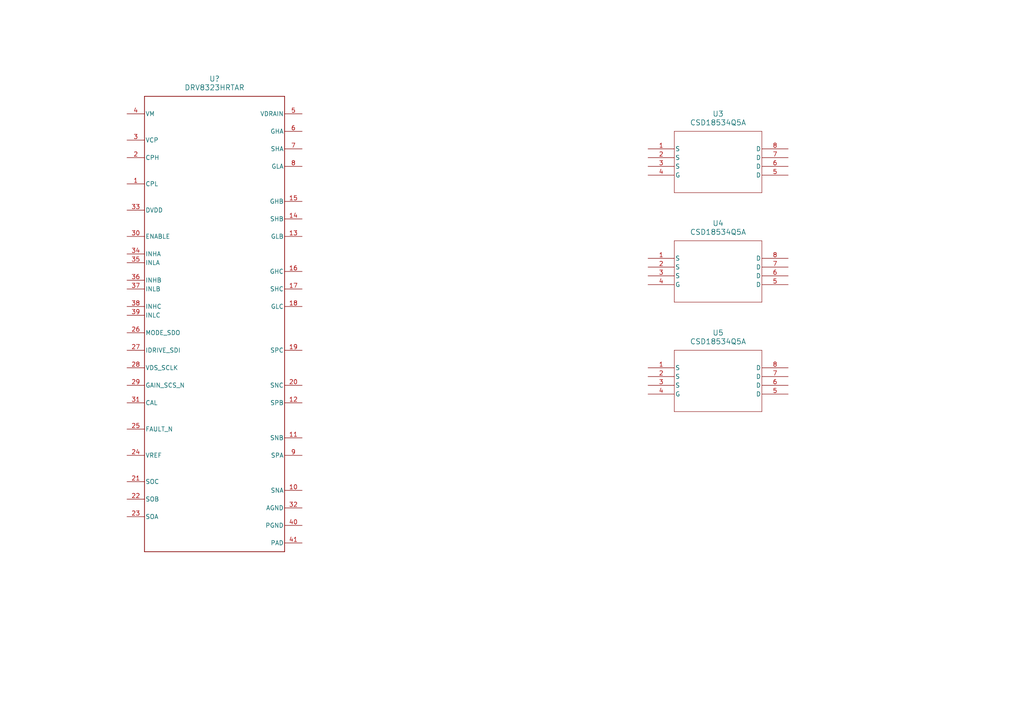
<source format=kicad_sch>
(kicad_sch (version 20231120) (generator "eeschema") (generator_version "8.0")
  (paper "A4")
  (lib_symbols
    (symbol "CSD18534Q5A:CSD18534Q5A" (pin_names (offset 0.254))
      (property "Reference" "U" (at 20.32 10.16 0))
      (property "Value" "CSD18534Q5A" (at 20.32 7.62 0))
      (symbol "CSD18534Q5A_0_1"
        (polyline (pts (xy 7.62 -12.7) (xy 33.02 -12.7)) (stroke (width 0.127)))
        (polyline (pts (xy 7.62 5.08) (xy 7.62 -12.7)) (stroke (width 0.127)))
        (polyline (pts (xy 33.02 -12.7) (xy 33.02 5.08)) (stroke (width 0.127)))
        (polyline (pts (xy 33.02 5.08) (xy 7.62 5.08)) (stroke (width 0.127)))
        (pin unspecified line (at 0 0 0) (length 7.62) (name "S") (number "1"))
        (pin unspecified line (at 0 -2.54 0) (length 7.62) (name "S") (number "2"))
        (pin unspecified line (at 0 -5.08 0) (length 7.62) (name "S") (number "3"))
        (pin unspecified line (at 0 -7.62 0) (length 7.62) (name "G") (number "4"))
        (pin unspecified line (at 40.64 -7.62 180) (length 7.62) (name "D") (number "5"))
        (pin unspecified line (at 40.64 -5.08 180) (length 7.62) (name "D") (number "6"))
        (pin unspecified line (at 40.64 -2.54 180) (length 7.62) (name "D") (number "7"))
        (pin unspecified line (at 40.64 0 180) (length 7.62) (name "D") (number "8"))
      )
    )
    (symbol "DRV8323:DRV8323HRTAR" (pin_names (offset 0.254))
      (property "Reference" "U" (at 0 2.54 0))
      (property "Value" "DRV8323HRTAR" (at 0 0 0))
      (symbol "DRV8323HRTAR_0_1"
        (polyline (pts (xy -20.32 -66.04) (xy 20.32 -66.04)) (stroke (width 0.2032)))
        (polyline (pts (xy -20.32 66.04) (xy -20.32 -66.04)) (stroke (width 0.2032)))
        (polyline (pts (xy 20.32 -66.04) (xy 20.32 66.04)) (stroke (width 0.2032)))
        (polyline (pts (xy 20.32 66.04) (xy -20.32 66.04)) (stroke (width 0.2032)))
        (pin unspecified line (at -25.4 40.64 0) (length 5.08) (name "CPL") (number "1"))
        (pin input line (at 25.4 -48.26 180) (length 5.08) (name "SNA") (number "10"))
        (pin input line (at 25.4 -33.02 180) (length 5.08) (name "SNB") (number "11"))
        (pin input line (at 25.4 -22.86 180) (length 5.08) (name "SPB") (number "12"))
        (pin output line (at 25.4 25.4 180) (length 5.08) (name "GLB") (number "13"))
        (pin input line (at 25.4 30.48 180) (length 5.08) (name "SHB") (number "14"))
        (pin output line (at 25.4 35.56 180) (length 5.08) (name "GHB") (number "15"))
        (pin output line (at 25.4 15.24 180) (length 5.08) (name "GHC") (number "16"))
        (pin input line (at 25.4 10.16 180) (length 5.08) (name "SHC") (number "17"))
        (pin output line (at 25.4 5.08 180) (length 5.08) (name "GLC") (number "18"))
        (pin input line (at 25.4 -7.62 180) (length 5.08) (name "SPC") (number "19"))
        (pin unspecified line (at -25.4 48.26 0) (length 5.08) (name "CPH") (number "2"))
        (pin input line (at 25.4 -17.78 180) (length 5.08) (name "SNC") (number "20"))
        (pin output line (at -25.4 -45.72 0) (length 5.08) (name "SOC") (number "21"))
        (pin output line (at -25.4 -50.8 0) (length 5.08) (name "SOB") (number "22"))
        (pin output line (at -25.4 -55.88 0) (length 5.08) (name "SOA") (number "23"))
        (pin input line (at -25.4 -38.1 0) (length 5.08) (name "VREF") (number "24"))
        (pin open_collector line (at -25.4 -30.48 0) (length 5.08) (name "FAULT_N") (number "25"))
        (pin unspecified line (at -25.4 -2.54 0) (length 5.08) (name "MODE_SDO") (number "26"))
        (pin input line (at -25.4 -7.62 0) (length 5.08) (name "IDRIVE_SDI") (number "27"))
        (pin input line (at -25.4 -12.7 0) (length 5.08) (name "VDS_SCLK") (number "28"))
        (pin input line (at -25.4 -17.78 0) (length 5.08) (name "GAIN_SCS_N") (number "29"))
        (pin power_in line (at -25.4 53.34 0) (length 5.08) (name "VCP") (number "3"))
        (pin input line (at -25.4 25.4 0) (length 5.08) (name "ENABLE") (number "30"))
        (pin input line (at -25.4 -22.86 0) (length 5.08) (name "CAL") (number "31"))
        (pin power_in line (at 25.4 -53.34 180) (length 5.08) (name "AGND") (number "32"))
        (pin power_in line (at -25.4 33.02 0) (length 5.08) (name "DVDD") (number "33"))
        (pin input line (at -25.4 20.32 0) (length 5.08) (name "INHA") (number "34"))
        (pin input line (at -25.4 17.78 0) (length 5.08) (name "INLA") (number "35"))
        (pin input line (at -25.4 12.7 0) (length 5.08) (name "INHB") (number "36"))
        (pin input line (at -25.4 10.16 0) (length 5.08) (name "INLB") (number "37"))
        (pin input line (at -25.4 5.08 0) (length 5.08) (name "INHC") (number "38"))
        (pin input line (at -25.4 2.54 0) (length 5.08) (name "INLC") (number "39"))
        (pin power_in line (at -25.4 60.96 0) (length 5.08) (name "VM") (number "4"))
        (pin power_in line (at 25.4 -58.42 180) (length 5.08) (name "PGND") (number "40"))
        (pin power_in line (at 25.4 -63.5 180) (length 5.08) (name "PAD") (number "41"))
        (pin input line (at 25.4 60.96 180) (length 5.08) (name "VDRAIN") (number "5"))
        (pin output line (at 25.4 55.88 180) (length 5.08) (name "GHA") (number "6"))
        (pin input line (at 25.4 50.8 180) (length 5.08) (name "SHA") (number "7"))
        (pin output line (at 25.4 45.72 180) (length 5.08) (name "GLA") (number "8"))
        (pin input line (at 25.4 -38.1 180) (length 5.08) (name "SPA") (number "9"))
      )
    )
  )
  (symbol (lib_id "CSD18534Q5A:CSD18534Q5A") (at 187.96 106.68 0) (unit 1)
    (property "Reference" "U5" (at 208.28 96.52 0) (effects (font (size 1.524 1.524))))
    (property "Value" "CSD18534Q5A" (at 208.28 99.06 0) (effects (font (size 1.524 1.524))))
    (property "Footprint" "DQJ8" (effects (hide yes)))
    (property "Datasheet" "https://www.ti.com/lit/gpn/csd18534q5a" (effects (hide yes)))
  )
  (symbol (lib_id "DRV8323:DRV8323HRTAR") (at 62.23 93.98 0) (unit 1)
    (property "Reference" "U?" (at 62.23 22.86 0) (effects (font (size 1.524 1.524))))
    (property "Value" "DRV8323HRTAR" (at 62.23 25.4 0) (effects (font (size 1.524 1.524))))
    (property "Footprint" "RTA0040B" (effects (hide yes)))
    (property "Datasheet" "https://www.ti.com/lit/gpn/drv8323" (effects (hide yes)))
  )
  (symbol (lib_id "CSD18534Q5A:CSD18534Q5A") (at 187.96 43.18 0) (unit 1)
    (property "Reference" "U3" (at 208.28 33.02 0) (effects (font (size 1.524 1.524))))
    (property "Value" "CSD18534Q5A" (at 208.28 35.56 0) (effects (font (size 1.524 1.524))))
    (property "Footprint" "DQJ8" (effects (hide yes)))
    (property "Datasheet" "https://www.ti.com/lit/gpn/csd18534q5a" (effects (hide yes)))
  )
  (symbol (lib_id "CSD18534Q5A:CSD18534Q5A") (at 187.96 74.93 0) (unit 1)
    (property "Reference" "U4" (at 208.28 64.77 0) (effects (font (size 1.524 1.524))))
    (property "Value" "CSD18534Q5A" (at 208.28 67.31 0) (effects (font (size 1.524 1.524))))
    (property "Footprint" "DQJ8" (effects (hide yes)))
    (property "Datasheet" "https://www.ti.com/lit/gpn/csd18534q5a" (effects (hide yes)))
  )
)
</source>
